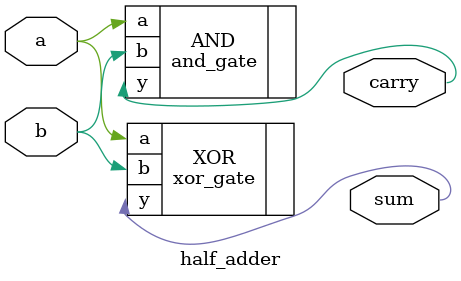
<source format=v>
module half_adder(a,b,sum,carry);
    input a,b;
    output sum,carry;
    //directions
    xor_gate XOR(
        .a(a),
        .b(b),
        .y(sum)
    );
    and_gate AND(
        .a(a),
        .b(b),
        .y(carry)
    );
    endmodule


</source>
